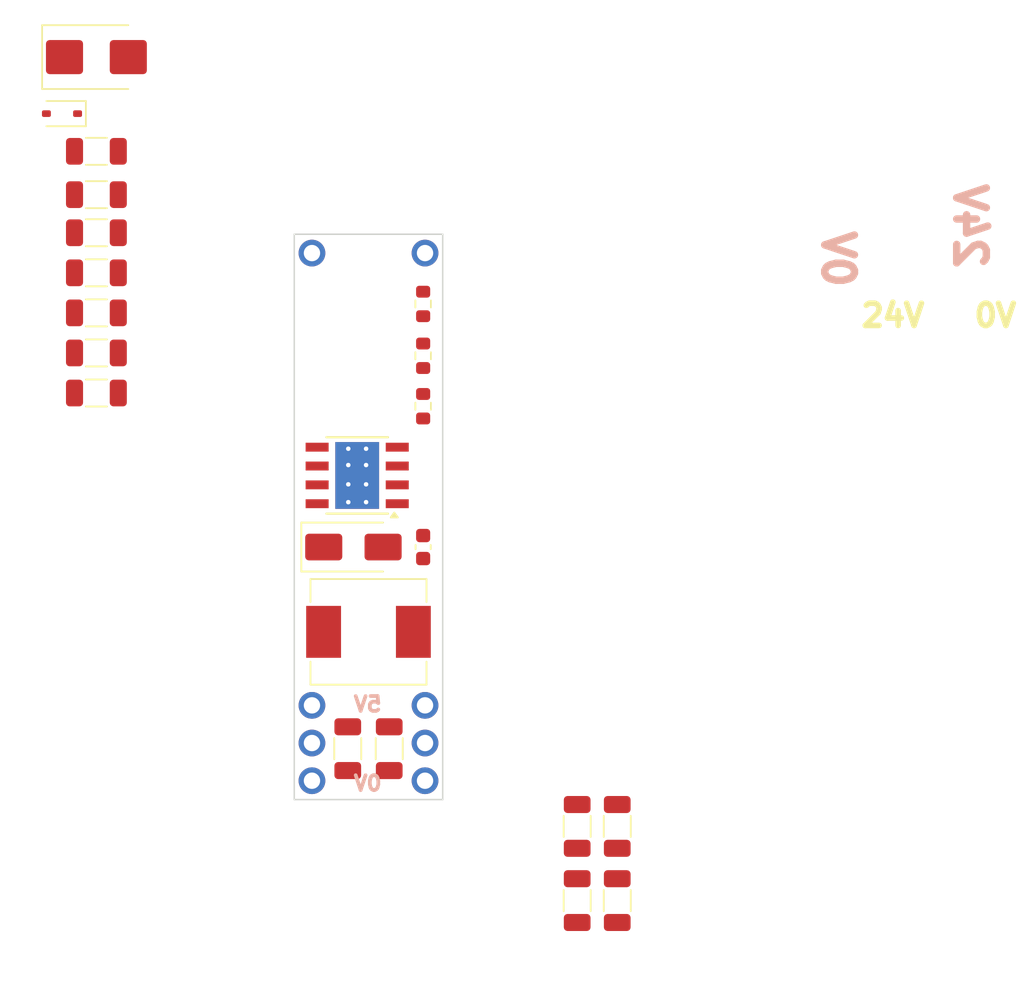
<source format=kicad_pcb>
(kicad_pcb (version 20241229) (generator "pcbnew") (generator_version "9.0")
  (layers (0 "F.Cu" signal) (2 "B.Cu" signal) (13 "F.Paste" user) (15 "B.Paste" user) (5 "F.SilkS" user "F.Silkscreen") (7 "B.SilkS" user "B.Silkscreen") (1 "F.Mask" user) (3 "B.Mask" user) (25 "Edge.Cuts" user))
  (net 0 "")
  (net 1 "/Vs_f")
  (net 2 "/0V")
  (net 3 "/5V")
  (net 4 "/ph")
  (net 5 "/Vs")
  (net 6 "/Vsense")
  (net 9 "Net-(U17-BOOT)")
  (net 11 "Net-(R10-Pad1)")
  (footprint "Chimere_comps:Pastille" (layer "F.Cu") (at 43.32 147.46 180)
    (property "Reference" "TP22" (hide yes))
    (property "Value" "TestPoint" (hide yes))
    (pad "1" thru_hole circle (at 0 0 180) (size 1.8 1.8) (drill 1.1) (layers "*.Cu" "*.Mask"))
  )
  (footprint "Chimere_comps:Pastille" (layer "F.Cu") (at 43.32 144.92 180)
    (property "Reference" "TP23" (hide yes))
    (property "Value" "TestPoint" (hide yes))
    (pad "1" thru_hole circle (at 0 0 180) (size 1.8 1.8) (drill 1.1) (layers "*.Cu" "*.Mask") (net 3 "/5V"))
  )
  (footprint "Chimere_comps:Pastille" (layer "F.Cu") (at 43.32 114.44 180)
    (property "Reference" "TP25" (hide yes))
    (property "Value" "TestPoint" (hide yes))
    (pad "1" thru_hole circle (at 0 0 180) (size 1.8 1.8) (drill 1.1) (layers "*.Cu" "*.Mask") (net 2 "/0V"))
  )
  (footprint "Capacitor_SMD:C_1206_3216Metric" (layer "F.Cu") (at 38.113 147.841 -90)
    (property "Reference" "C13" (hide yes))
    (property "Value" "47uF 10V X5R")
    (fp_line (start -0.711252 0.91) (end 0.711252 0.91) (stroke (width 0.12)) (layer "F.SilkS"))
    (fp_line (start -0.711252 -0.91) (end 0.711252 -0.91) (stroke (width 0.12)) (layer "F.SilkS"))
    (pad "1" smd roundrect (at -1.475 0 270) (size 1.15 1.8) (layers "F.Cu" "F.Mask" "F.Paste") (roundrect_rratio 0.217391) (net 3 "/5V"))
    (pad "2" smd roundrect (at 1.475 0 270) (size 1.15 1.8) (layers "F.Cu" "F.Mask" "F.Paste") (roundrect_rratio 0.217391) (net 2 "/0V"))
  )
  (footprint "Capacitor_SMD:C_1206_3216Metric" (layer "F.Cu") (at 21.173 121.171)
    (property "Reference" "C18" (hide yes))
    (property "Value" "10uF 50V")
    (fp_line (start -0.711252 -0.91) (end 0.711252 -0.91) (stroke (width 0.12)) (layer "F.SilkS"))
    (fp_line (start -0.711252 0.91) (end 0.711252 0.91) (stroke (width 0.12)) (layer "F.SilkS"))
    (pad "1" smd roundrect (at -1.475 0) (size 1.15 1.8) (layers "F.Cu" "F.Mask" "F.Paste") (roundrect_rratio 0.217391) (net 1 "/Vs_f"))
    (pad "2" smd roundrect (at 1.475 0) (size 1.15 1.8) (layers "F.Cu" "F.Mask" "F.Paste") (roundrect_rratio 0.217391) (net 2 "/0V"))
  )
  (footprint "Resistor_SMD:R_0603_1608Metric" (layer "F.Cu") (at 43.193 121.361 -90)
    (property "Reference" "R10" (hide yes))
    (property "Value" "470")
    (fp_line (start -0.237258 0.5225) (end 0.237258 0.5225) (stroke (width 0.12)) (layer "F.SilkS"))
    (fp_line (start -0.237258 -0.5225) (end 0.237258 -0.5225) (stroke (width 0.12)) (layer "F.SilkS"))
    (pad "1" smd roundrect (at -0.825 0 270) (size 0.8 0.95) (layers "F.Cu" "F.Mask" "F.Paste") (net 11 "Net-(R10-Pad1)"))
    (pad "2" smd roundrect (at 0.825 0 270) (size 0.8 0.95) (layers "F.Cu" "F.Mask" "F.Paste") (net 6 "/Vsense"))
  )
  (footprint "Diode_SMD:D_SOD-323" (layer "F.Cu") (at 18.853 105.042 180)
    (property "Reference" "D1" (hide yes))
    (property "Value" "1N5819WS")
    (fp_line (start -1.61 0.85) (end 1.05 0.85) (stroke (width 0.12)) (layer "F.SilkS"))
    (fp_line (start -1.61 -0.85) (end 1.05 -0.85) (stroke (width 0.12)) (layer "F.SilkS"))
    (fp_line (start -1.61 -0.85) (end -1.61 0.85) (stroke (width 0.12)) (layer "F.SilkS"))
    (pad "1" smd roundrect (at -1.05 0 180) (size 0.6 0.45) (layers "F.Cu" "F.Mask" "F.Paste") (net 1 "/Vs_f"))
    (pad "2" smd roundrect (at 1.05 0 180) (size 0.6 0.45) (layers "F.Cu" "F.Mask" "F.Paste") (net 5 "/Vs"))
  )
  (footprint "Capacitor_SMD:C_1206_3216Metric" (layer "F.Cu") (at 21.173 115.771)
    (property "Reference" "C9" (hide yes))
    (property "Value" "10uF 50V")
    (fp_line (start -0.711252 -0.91) (end 0.711252 -0.91) (stroke (width 0.12)) (layer "F.SilkS"))
    (fp_line (start -0.711252 0.91) (end 0.711252 0.91) (stroke (width 0.12)) (layer "F.SilkS"))
    (pad "1" smd roundrect (at -1.475 0) (size 1.15 1.8) (layers "F.Cu" "F.Mask" "F.Paste") (roundrect_rratio 0.217391) (net 1 "/Vs_f"))
    (pad "2" smd roundrect (at 1.475 0) (size 1.15 1.8) (layers "F.Cu" "F.Mask" "F.Paste") (roundrect_rratio 0.217391) (net 2 "/0V"))
  )
  (footprint "Capacitor_SMD:C_1206_3216Metric" (layer "F.Cu") (at 21.173 107.582)
    (property "Reference" "C3" (hide yes))
    (property "Value" "10uF 50V")
    (fp_line (start -0.711252 -0.91) (end 0.711252 -0.91) (stroke (width 0.12)) (layer "F.SilkS"))
    (fp_line (start -0.711252 0.91) (end 0.711252 0.91) (stroke (width 0.12)) (layer "F.SilkS"))
    (pad "1" smd roundrect (at -1.475 0) (size 1.15 1.8) (layers "F.Cu" "F.Mask" "F.Paste") (roundrect_rratio 0.2173913043) (net 1 "/Vs_f"))
    (pad "2" smd roundrect (at 1.475 0) (size 1.15 1.8) (layers "F.Cu" "F.Mask" "F.Paste") (roundrect_rratio 0.2173913043) (net 2 "/0V"))
  )
  (footprint "Capacitor_SMD:C_1206_3216Metric" (layer "F.Cu") (at 21.173 110.503)
    (property "Reference" "C4" (hide yes))
    (property "Value" "10uF 50V")
    (fp_line (start -0.711252 -0.91) (end 0.711252 -0.91) (stroke (width 0.12)) (layer "F.SilkS"))
    (fp_line (start -0.711252 0.91) (end 0.711252 0.91) (stroke (width 0.12)) (layer "F.SilkS"))
    (pad "1" smd roundrect (at -1.475 0) (size 1.15 1.8) (layers "F.Cu" "F.Mask" "F.Paste") (roundrect_rratio 0.2173913043) (net 1 "/Vs_f"))
    (pad "2" smd roundrect (at 1.475 0) (size 1.15 1.8) (layers "F.Cu" "F.Mask" "F.Paste") (roundrect_rratio 0.2173913043) (net 2 "/0V"))
  )
  (footprint "Chimere_comps:Pastille" (layer "F.Cu") (at 35.7 144.92 180)
    (property "Reference" "TP3" (hide yes))
    (property "Value" "TestPoint" (hide yes))
    (pad "1" thru_hole circle (at 0 0 180) (size 1.8 1.8) (drill 1.1) (layers "*.Cu" "*.Mask") (net 3 "/5V"))
  )
  (footprint "Resistor_SMD:R_0603_1608Metric" (layer "F.Cu") (at 43.193 117.868 -90)
    (property "Reference" "R11" (hide yes))
    (property "Value" "2k7")
    (fp_line (start -0.237258 0.5225) (end 0.237258 0.5225) (stroke (width 0.12)) (layer "F.SilkS"))
    (fp_line (start -0.237258 -0.5225) (end 0.237258 -0.5225) (stroke (width 0.12)) (layer "F.SilkS"))
    (pad "1" smd roundrect (at -0.825 0 270) (size 0.8 0.95) (layers "F.Cu" "F.Mask" "F.Paste") (net 2 "/0V"))
    (pad "2" smd roundrect (at 0.825 0 270) (size 0.8 0.95) (layers "F.Cu" "F.Mask" "F.Paste") (net 11 "Net-(R10-Pad1)"))
  )
  (footprint "Capacitor_SMD:C_1206_3216Metric" (layer "F.Cu") (at 21.173 113.071)
    (property "Reference" "C8" (hide yes))
    (property "Value" "10uF 50V")
    (fp_line (start -0.711252 -0.91) (end 0.711252 -0.91) (stroke (width 0.12)) (layer "F.SilkS"))
    (fp_line (start -0.711252 0.91) (end 0.711252 0.91) (stroke (width 0.12)) (layer "F.SilkS"))
    (pad "1" smd roundrect (at -1.475 0) (size 1.15 1.8) (layers "F.Cu" "F.Mask" "F.Paste") (roundrect_rratio 0.217391) (net 1 "/Vs_f"))
    (pad "2" smd roundrect (at 1.475 0) (size 1.15 1.8) (layers "F.Cu" "F.Mask" "F.Paste") (roundrect_rratio 0.217391) (net 2 "/0V"))
  )
  (footprint "Diode_SMD:D_SMB" (layer "F.Cu") (at 21.173 101.232)
    (property "Reference" "D2" (hide yes))
    (property "Value" "SMBJ30CA")
    (fp_line (start -3.66 -2.15) (end -3.66 2.15) (stroke (width 0.12)) (layer "F.SilkS"))
    (fp_line (start -3.66 -2.15) (end 2.15 -2.15) (stroke (width 0.12)) (layer "F.SilkS"))
    (fp_line (start -3.66 2.15) (end 2.15 2.15) (stroke (width 0.12)) (layer "F.SilkS"))
    (pad "1" smd roundrect (at -2.15 0) (size 2.5 2.3) (layers "F.Cu" "F.Mask" "F.Paste") (roundrect_rratio 0.1086956522) (net 5 "/Vs"))
    (pad "2" smd roundrect (at 2.15 0) (size 2.5 2.3) (layers "F.Cu" "F.Mask" "F.Paste") (roundrect_rratio 0.1086956522) (net 2 "/0V"))
  )
  (footprint "Chimere_comps:Pastille" (layer "F.Cu") (at 35.7 147.46 180)
    (property "Reference" "TP2" (hide yes))
    (property "Value" "TestPoint" (hide yes))
    (pad "1" thru_hole circle (at 0 0 180) (size 1.8 1.8) (drill 1.1) (layers "*.Cu" "*.Mask"))
  )
  (footprint "Capacitor_SMD:C_1206_3216Metric" (layer "F.Cu") (at 56.274 158.079 -90)
    (property "Reference" "C12" (hide yes))
    (property "Value" "47uF 10V X5R")
    (fp_line (start -0.711252 0.91) (end 0.711252 0.91) (stroke (width 0.12)) (layer "F.SilkS"))
    (fp_line (start -0.711252 -0.91) (end 0.711252 -0.91) (stroke (width 0.12)) (layer "F.SilkS"))
    (pad "1" smd roundrect (at -1.475 0 270) (size 1.15 1.8) (layers "F.Cu" "F.Mask" "F.Paste") (roundrect_rratio 0.217391) (net 3 "/5V"))
    (pad "2" smd roundrect (at 1.475 0 270) (size 1.15 1.8) (layers "F.Cu" "F.Mask" "F.Paste") (roundrect_rratio 0.217391) (net 2 "/0V"))
  )
  (footprint "Capacitor_SMD:C_1206_3216Metric" (layer "F.Cu") (at 21.173 123.871)
    (property "Reference" "C19" (hide yes))
    (property "Value" "10uF 50V")
    (fp_line (start -0.711252 -0.91) (end 0.711252 -0.91) (stroke (width 0.12)) (layer "F.SilkS"))
    (fp_line (start -0.711252 0.91) (end 0.711252 0.91) (stroke (width 0.12)) (layer "F.SilkS"))
    (pad "1" smd roundrect (at -1.475 0) (size 1.15 1.8) (layers "F.Cu" "F.Mask" "F.Paste") (roundrect_rratio 0.217391) (net 1 "/Vs_f"))
    (pad "2" smd roundrect (at 1.475 0) (size 1.15 1.8) (layers "F.Cu" "F.Mask" "F.Paste") (roundrect_rratio 0.217391) (net 2 "/0V"))
  )
  (footprint "Capacitor_SMD:C_1206_3216Metric" (layer "F.Cu") (at 21.173 118.471)
    (property "Reference" "C10" (hide yes))
    (property "Value" "10uF 50V")
    (fp_line (start -0.711252 -0.91) (end 0.711252 -0.91) (stroke (width 0.12)) (layer "F.SilkS"))
    (fp_line (start -0.711252 0.91) (end 0.711252 0.91) (stroke (width 0.12)) (layer "F.SilkS"))
    (pad "1" smd roundrect (at -1.475 0) (size 1.15 1.8) (layers "F.Cu" "F.Mask" "F.Paste") (roundrect_rratio 0.217391) (net 1 "/Vs_f"))
    (pad "2" smd roundrect (at 1.475 0) (size 1.15 1.8) (layers "F.Cu" "F.Mask" "F.Paste") (roundrect_rratio 0.217391) (net 2 "/0V"))
  )
  (footprint "Inductor_SMD:L_Chilisin_BMRB00060650" (layer "F.Cu") (at 39.51 139.967)
    (property "Reference" "L1" (hide yes))
    (property "Value" "SMMS0650-680M")
    (fp_line (start -3.91 -3.56) (end -3.91 -2.01) (stroke (width 0.12)) (layer "F.SilkS"))
    (fp_line (start -3.91 -3.56) (end 3.91 -3.56) (stroke (width 0.12)) (layer "F.SilkS"))
    (fp_line (start -3.91 3.56) (end -3.91 2.01) (stroke (width 0.12)) (layer "F.SilkS"))
    (fp_line (start -3.91 3.56) (end 3.91 3.56) (stroke (width 0.12)) (layer "F.SilkS"))
    (fp_line (start 3.91 -3.56) (end 3.91 -2.01) (stroke (width 0.12)) (layer "F.SilkS"))
    (fp_line (start 3.91 3.56) (end 3.91 2.01) (stroke (width 0.12)) (layer "F.SilkS"))
    (pad "1" smd rect (at -3.025 0) (size 2.35 3.5) (layers "F.Cu" "F.Mask" "F.Paste") (net 4 "/ph"))
    (pad "2" smd rect (at 3.025 0) (size 2.35 3.5) (layers "F.Cu" "F.Mask" "F.Paste") (net 3 "/5V"))
  )
  (footprint "Chimere_comps:Pastille" (layer "F.Cu") (at 35.7 150 180)
    (property "Reference" "TP1" (hide yes))
    (property "Value" "TestPoint" (hide yes))
    (pad "1" thru_hole circle (at 0 0 180) (size 1.8 1.8) (drill 1.1) (layers "*.Cu" "*.Mask") (net 2 "/0V"))
  )
  (footprint "Chimere_comps:Pastille" (layer "F.Cu") (at 35.7 114.44 180)
    (property "Reference" "TP5" (hide yes))
    (property "Value" "TestPoint" (hide yes))
    (pad "1" thru_hole circle (at 0 0 180) (size 1.8 1.8) (drill 1.1) (layers "*.Cu" "*.Mask") (net 5 "/Vs"))
  )
  (footprint "Diode_SMD:D_SMA" (layer "F.Cu") (at 38.494 134.252)
    (property "Reference" "D6" (hide yes))
    (property "Value" "SS54")
    (fp_line (start -3.51 -1.65) (end -3.51 1.65) (stroke (width 0.12)) (layer "F.SilkS"))
    (fp_line (start -3.51 -1.65) (end 2 -1.65) (stroke (width 0.12)) (layer "F.SilkS"))
    (fp_line (start -3.51 1.65) (end 2 1.65) (stroke (width 0.12)) (layer "F.SilkS"))
    (pad "1" smd roundrect (at -2 0) (size 2.5 1.8) (layers "F.Cu" "F.Mask" "F.Paste") (roundrect_rratio 0.1388888889) (net 4 "/ph"))
    (pad "2" smd roundrect (at 2 0) (size 2.5 1.8) (layers "F.Cu" "F.Mask" "F.Paste") (roundrect_rratio 0.1388888889) (net 2 "/0V"))
  )
  (footprint "Resistor_SMD:R_0603_1608Metric" (layer "F.Cu") (at 43.193 124.761 -90)
    (property "Reference" "R9" (hide yes))
    (property "Value" "10k")
    (fp_line (start -0.237258 0.5225) (end 0.237258 0.5225) (stroke (width 0.12)) (layer "F.SilkS"))
    (fp_line (start -0.237258 -0.5225) (end 0.237258 -0.5225) (stroke (width 0.12)) (layer "F.SilkS"))
    (pad "1" smd roundrect (at -0.825 0 270) (size 0.8 0.95) (layers "F.Cu" "F.Mask" "F.Paste") (net 6 "/Vsense"))
    (pad "2" smd roundrect (at 0.825 0 270) (size 0.8 0.95) (layers "F.Cu" "F.Mask" "F.Paste") (net 3 "/5V"))
  )
  (footprint "Capacitor_SMD:C_1206_3216Metric" (layer "F.Cu") (at 53.574 153.079 90)
    (property "Reference" "C15" (hide yes))
    (property "Value" "10uF 50V")
    (fp_line (start -0.711252 -0.91) (end 0.711252 -0.91) (stroke (width 0.12)) (layer "F.SilkS"))
    (fp_line (start -0.711252 0.91) (end 0.711252 0.91) (stroke (width 0.12)) (layer "F.SilkS"))
    (pad "1" smd roundrect (at -1.475 0 90) (size 1.15 1.8) (layers "F.Cu" "F.Mask" "F.Paste") (roundrect_rratio 0.217391) (net 3 "/5V"))
    (pad "2" smd roundrect (at 1.475 0 90) (size 1.15 1.8) (layers "F.Cu" "F.Mask" "F.Paste") (roundrect_rratio 0.217391) (net 2 "/0V"))
  )
  (footprint "Capacitor_SMD:C_0603_1608Metric" (layer "F.Cu") (at 43.193 134.252 -90)
    (property "Reference" "C14" (hide yes))
    (property "Value" "10nF 50V X7R")
    (fp_line (start -0.14058 0.51) (end 0.14058 0.51) (stroke (width 0.12)) (layer "F.SilkS"))
    (fp_line (start -0.14058 -0.51) (end 0.14058 -0.51) (stroke (width 0.12)) (layer "F.SilkS"))
    (pad "1" smd roundrect (at -0.775 0 270) (size 0.9 0.95) (layers "F.Cu" "F.Mask" "F.Paste") (net 9 "Net-(U17-BOOT)"))
    (pad "2" smd roundrect (at 0.775 0 270) (size 0.9 0.95) (layers "F.Cu" "F.Mask" "F.Paste") (net 4 "/ph"))
  )
  (footprint "Capacitor_SMD:C_1206_3216Metric" (layer "F.Cu") (at 40.907 147.841 -90)
    (property "Reference" "C17" (hide yes))
    (property "Value" "47uF 10V X5R")
    (fp_line (start -0.711252 0.91) (end 0.711252 0.91) (stroke (width 0.12)) (layer "F.SilkS"))
    (fp_line (start -0.711252 -0.91) (end 0.711252 -0.91) (stroke (width 0.12)) (layer "F.SilkS"))
    (pad "1" smd roundrect (at -1.475 0 270) (size 1.15 1.8) (layers "F.Cu" "F.Mask" "F.Paste") (roundrect_rratio 0.217391) (net 3 "/5V"))
    (pad "2" smd roundrect (at 1.475 0 270) (size 1.15 1.8) (layers "F.Cu" "F.Mask" "F.Paste") (roundrect_rratio 0.217391) (net 2 "/0V"))
  )
  (footprint "Chimere_comps:Pastille" (layer "F.Cu") (at 43.32 150 180)
    (property "Reference" "TP21" (hide yes))
    (property "Value" "TestPoint" (hide yes))
    (pad "1" thru_hole circle (at 0 0 180) (size 1.8 1.8) (drill 1.1) (layers "*.Cu" "*.Mask") (net 2 "/0V"))
  )
  (footprint "Capacitor_SMD:C_1206_3216Metric" (layer "F.Cu") (at 56.274 153.079 90)
    (property "Reference" "C16" (hide yes))
    (property "Value" "47uF 10V X5R")
    (fp_line (start -0.711252 -0.91) (end 0.711252 -0.91) (stroke (width 0.12)) (layer "F.SilkS"))
    (fp_line (start -0.711252 0.91) (end 0.711252 0.91) (stroke (width 0.12)) (layer "F.SilkS"))
    (pad "1" smd roundrect (at -1.475 0 90) (size 1.15 1.8) (layers "F.Cu" "F.Mask" "F.Paste") (roundrect_rratio 0.217391) (net 3 "/5V"))
    (pad "2" smd roundrect (at 1.475 0 90) (size 1.15 1.8) (layers "F.Cu" "F.Mask" "F.Paste") (roundrect_rratio 0.217391) (net 2 "/0V"))
  )
  (footprint "Package_SO:TI_SO-PowerPAD-8_ThermalVias" (layer "F.Cu") (at 38.748 129.426 180)
    (property "Reference" "U17" (hide yes))
    (property "Value" "TPS5430DDA")
    (fp_line (start -2.075 2.575) (end 2.075 2.575) (stroke (width 0.15)) (layer "F.SilkS"))
    (fp_line (start -2.075 -2.575) (end 2.075 -2.575) (stroke (width 0.15)) (layer "F.SilkS"))
    (fp_poly (pts (xy -2.5 -2.5) (xy -2.74 -2.83) (xy -2.26 -2.83) (xy -2.5 -2.5)) (stroke (width 0.12)) (fill yes) (layer "F.SilkS"))
    (pad "1" smd rect (at -2.7 -1.905 180) (size 1.55 0.6) (layers "F.Cu" "F.Mask" "F.Paste") (net 9 "Net-(U17-BOOT)"))
    (pad "2" smd rect (at -2.7 -0.635 180) (size 1.55 0.6) (layers "F.Cu" "F.Mask" "F.Paste"))
    (pad "3" smd rect (at -2.7 0.635 180) (size 1.55 0.6) (layers "F.Cu" "F.Mask" "F.Paste"))
    (pad "4" smd rect (at -2.7 1.905 180) (size 1.55 0.6) (layers "F.Cu" "F.Mask" "F.Paste") (net 6 "/Vsense"))
    (pad "5" smd rect (at 2.7 1.905 180) (size 1.55 0.6) (layers "F.Cu" "F.Mask" "F.Paste"))
    (pad "6" smd rect (at 2.7 0.635 180) (size 1.55 0.6) (layers "F.Cu" "F.Mask" "F.Paste") (net 2 "/0V"))
    (pad "7" smd rect (at 2.7 -0.635 180) (size 1.55 0.6) (layers "F.Cu" "F.Mask" "F.Paste") (net 1 "/Vs_f"))
    (pad "8" smd rect (at 2.7 -1.905 180) (size 1.55 0.6) (layers "F.Cu" "F.Mask" "F.Paste") (net 4 "/ph"))
    (pad "9" thru_hole circle (at -0.6 -1.8 180) (size 0.6 0.6) (drill 0.3) (layers "*.Cu") (net 2 "/0V"))
    (pad "9" thru_hole circle (at -0.6 -0.6 180) (size 0.6 0.6) (drill 0.3) (layers "*.Cu") (net 2 "/0V"))
    (pad "9" thru_hole circle (at -0.6 0.7 180) (size 0.6 0.6) (drill 0.3) (layers "*.Cu") (net 2 "/0V"))
    (pad "9" thru_hole circle (at -0.6 1.8 180) (size 0.6 0.6) (drill 0.3) (layers "*.Cu") (net 2 "/0V"))
    (pad "9" smd rect (at 0 0 180) (size 2.6 3.1) (layers "F.Cu" "F.Mask" "F.Paste") (net 2 "/0V"))
    (pad "9" smd rect (at 0 0 180) (size 2.95 4.5) (layers "F.Cu") (net 2 "/0V"))
    (pad "9" smd rect (at 0 0 180) (size 2.95 4.5) (layers "B.Cu") (net 2 "/0V"))
    (pad "9" thru_hole circle (at 0.6 -1.8 180) (size 0.6 0.6) (drill 0.3) (layers "*.Cu") (net 2 "/0V"))
    (pad "9" thru_hole circle (at 0.6 -0.6 180) (size 0.6 0.6) (drill 0.3) (layers "*.Cu") (net 2 "/0V"))
    (pad "9" thru_hole circle (at 0.6 0.7 180) (size 0.6 0.6) (drill 0.3) (layers "*.Cu") (net 2 "/0V"))
    (pad "9" thru_hole circle (at 0.6 1.8 180) (size 0.6 0.6) (drill 0.3) (layers "*.Cu") (net 2 "/0V"))
  )
  (footprint "Capacitor_SMD:C_1206_3216Metric" (layer "F.Cu") (at 53.574 158.079 -90)
    (property "Reference" "C11" (hide yes))
    (property "Value" "10uF 50V")
    (fp_line (start -0.711252 0.91) (end 0.711252 0.91) (stroke (width 0.12)) (layer "F.SilkS"))
    (fp_line (start -0.711252 -0.91) (end 0.711252 -0.91) (stroke (width 0.12)) (layer "F.SilkS"))
    (pad "1" smd roundrect (at -1.475 0 270) (size 1.15 1.8) (layers "F.Cu" "F.Mask" "F.Paste") (roundrect_rratio 0.217391) (net 3 "/5V"))
    (pad "2" smd roundrect (at 1.475 0 270) (size 1.15 1.8) (layers "F.Cu" "F.Mask" "F.Paste") (roundrect_rratio 0.217391) (net 2 "/0V"))
  )
  (gr_line (start 44.51 151.27) (end 44.51 113.17) (stroke (width 0.1)) (layer "Edge.Cuts"))
  (gr_line (start 44.51 113.17) (end 34.51 113.17) (stroke (width 0.1)) (layer "Edge.Cuts"))
  (gr_line (start 34.51 151.27) (end 44.51 151.27) (stroke (width 0.1)) (layer "Edge.Cuts"))
  (gr_line (start 34.51 113.17) (end 34.51 151.27) (stroke (width 0.1)) (layer "Edge.Cuts"))
  (gr_text "0V" (at 80.15 119.52 0) (layer "F.SilkS") (effects (font (size 1.5 1.5) (thickness 0.375) (bold yes)) (justify left bottom)))
  (gr_text "24V" (at 72.53 119.52 0) (layer "F.SilkS") (effects (font (size 1.5 1.5) (thickness 0.375) (bold yes)) (justify left bottom)))
  (gr_text "0V" (at 69.99 116.98 270) (layer "B.SilkS") (effects (font (size 2 2) (thickness 0.5) (bold yes)) (justify left bottom mirror)))
  (gr_text "24V" (at 78.88 115.71 270) (layer "B.SilkS") (effects (font (size 2 2) (thickness 0.5) (bold yes)) (justify left bottom mirror)))
  (gr_text "0V" (at 40.526 150.762 0) (layer "B.SilkS") (effects (font (size 1 1) (thickness 0.25) (bold yes)) (justify left bottom mirror)))
  (gr_text "5V" (at 40.526 145.428 0) (layer "B.SilkS") (effects (font (size 1 1) (thickness 0.25) (bold yes)) (justify left bottom mirror)))
)
</source>
